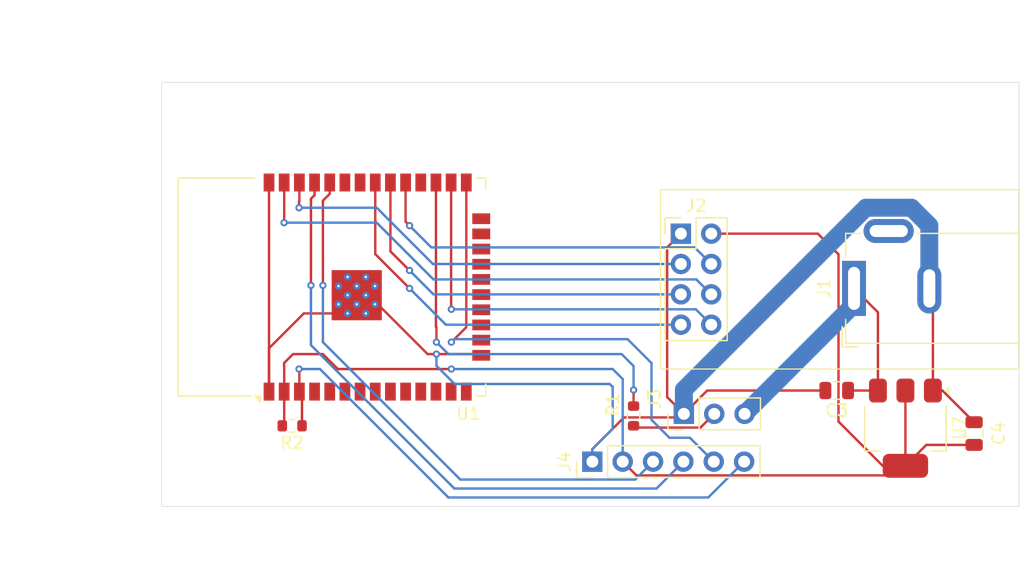
<source format=kicad_pcb>
(kicad_pcb (version 20240108) (generator "pcbnew") (generator_version "8.0")
  (layers (0 "F.Cu" signal) (31 "B.Cu" signal) (34 "B.Paste" user) (35 "F.Paste" user) (36 "B.SilkS" user "B.Silkscreen") (37 "F.SilkS" user "F.Silkscreen") (38 "B.Mask" user) (39 "F.Mask" user) (44 "Edge.Cuts" user))
  (net 0 "")
  (net 1 "+5V")
  (net 2 "GND")
  (net 3 "Net-(J4-Pin_6)")
  (net 4 "+3.3V")
  (net 5 "Net-(J4-Pin_4)")
  (net 14 "Net-(J4-Pin_3)")
  (net 16 "Net-(J2-Pin_6)")
  (net 17 "Net-(J2-Pin_7)")
  (net 18 "Net-(J2-Pin_3)")
  (net 20 "Net-(J4-Pin_5)")
  (net 21 "Net-(J2-Pin_8)")
  (net 31 "Net-(J2-Pin_4)")
  (net 35 "Net-(U1-IO16)")
  (net 37 "Net-(J2-Pin_5)")
  (net 38 "Net-(J3-Pin_2)")
  (footprint "Connector_PinHeader_2.54mm:PinHeader_1x03_P2.54mm_Vertical" (layer "F.Cu") (at 86.21 50.5 90)
    (property "Reference" "J3" (at 1.25 -2.46 -90) (layer "F.SilkS"))
    (property "Value" "WS2812Led")
    (fp_line (start -1.33 -1.33) (end 0 -1.33) (stroke (width 0.12)) (layer "F.SilkS"))
    (fp_line (start -1.33 0) (end -1.33 -1.33) (stroke (width 0.12)) (layer "F.SilkS"))
    (fp_line (start 1.33 1.27) (end 1.33 6.41) (stroke (width 0.12)) (layer "F.SilkS"))
    (fp_line (start -1.33 1.27) (end 1.33 1.27) (stroke (width 0.12)) (layer "F.SilkS"))
    (fp_line (start -1.33 1.27) (end -1.33 6.41) (stroke (width 0.12)) (layer "F.SilkS"))
    (fp_line (start -1.33 6.41) (end 1.33 6.41) (stroke (width 0.12)) (layer "F.SilkS"))
    (pad "1" thru_hole rect (at 0 0 90) (size 1.7 1.7) (drill 1) (layers "*.Cu" "*.Mask") (net 2 "GND"))
    (pad "2" thru_hole oval (at 0 2.54 90) (size 1.7 1.7) (drill 1) (layers "*.Cu" "*.Mask") (net 38 "Net-(J3-Pin_2)"))
    (pad "3" thru_hole oval (at 0 5.08 90) (size 1.7 1.7) (drill 1) (layers "*.Cu" "*.Mask") (net 1 "+5V"))
  )
  (footprint "RF_Module:ESP32-WROOM-32" (layer "F.Cu") (at 59.74 39.89 90)
    (property "Reference" "U1" (at -10.61 8.43 0) (layer "F.SilkS"))
    (property "Value" "ESP32-WROOM-32")
    (fp_line (start 9.12 -15.86) (end 9.12 -9.445) (stroke (width 0.12)) (layer "F.SilkS"))
    (fp_line (start -9.12 -15.86) (end 9.12 -15.86) (stroke (width 0.12)) (layer "F.SilkS"))
    (fp_line (start -9.12 -15.86) (end -9.12 -9.7) (stroke (width 0.12)) (layer "F.SilkS"))
    (fp_line (start 9.12 9.1) (end 9.12 9.88) (stroke (width 0.12)) (layer "F.SilkS"))
    (fp_line (start -9.12 9.1) (end -9.12 9.88) (stroke (width 0.12)) (layer "F.SilkS"))
    (fp_line (start 9.12 9.88) (end 8.12 9.88) (stroke (width 0.12)) (layer "F.SilkS"))
    (fp_line (start -9.12 9.88) (end -8.12 9.88) (stroke (width 0.12)) (layer "F.SilkS"))
    (fp_poly (pts (xy -9.125 -8.975) (xy -9.625 -8.975) (xy -9.125 -9.475) (xy -9.125 -8.975)) (stroke (width 0.12)) (fill solid) (layer "F.SilkS"))
    (pad "1" smd rect (at -8.75 -8.25 90) (size 1.5 0.9) (layers "F.Cu" "F.Paste" "F.Mask") (net 2 "GND"))
    (pad "2" smd rect (at -8.75 -6.98 90) (size 1.5 0.9) (layers "F.Cu" "F.Paste" "F.Mask") (net 4 "+3.3V"))
    (pad "3" smd rect (at -8.75 -5.71 90) (size 1.5 0.9) (layers "F.Cu" "F.Paste" "F.Mask") (net 3 "Net-(J4-Pin_6)"))
    (pad "4" smd rect (at -8.75 -4.44 90) (size 1.5 0.9) (layers "F.Cu" "F.Paste" "F.Mask"))
    (pad "5" smd rect (at -8.75 -3.17 90) (size 1.5 0.9) (layers "F.Cu" "F.Paste" "F.Mask"))
    (pad "6" smd rect (at -8.75 -1.9 90) (size 1.5 0.9) (layers "F.Cu" "F.Paste" "F.Mask"))
    (pad "7" smd rect (at -8.75 -0.63 90) (size 1.5 0.9) (layers "F.Cu" "F.Paste" "F.Mask"))
    (pad "8" smd rect (at -8.75 0.64 90) (size 1.5 0.9) (layers "F.Cu" "F.Paste" "F.Mask"))
    (pad "9" smd rect (at -8.75 1.91 90) (size 1.5 0.9) (layers "F.Cu" "F.Paste" "F.Mask"))
    (pad "10" smd rect (at -8.75 3.18 90) (size 1.5 0.9) (layers "F.Cu" "F.Paste" "F.Mask"))
    (pad "11" smd rect (at -8.75 4.45 90) (size 1.5 0.9) (layers "F.Cu" "F.Paste" "F.Mask"))
    (pad "12" smd rect (at -8.75 5.72 90) (size 1.5 0.9) (layers "F.Cu" "F.Paste" "F.Mask"))
    (pad "13" smd rect (at -8.75 6.99 90) (size 1.5 0.9) (layers "F.Cu" "F.Paste" "F.Mask"))
    (pad "14" smd rect (at -8.75 8.26 90) (size 1.5 0.9) (layers "F.Cu" "F.Paste" "F.Mask"))
    (pad "15" smd rect (at -5.71 9.51 180) (size 1.5 0.9) (layers "F.Cu" "F.Paste" "F.Mask") (net 2 "GND"))
    (pad "16" smd rect (at -4.44 9.51 180) (size 1.5 0.9) (layers "F.Cu" "F.Paste" "F.Mask"))
    (pad "17" smd rect (at -3.17 9.51 180) (size 1.5 0.9) (layers "F.Cu" "F.Paste" "F.Mask"))
    (pad "18" smd rect (at -1.9 9.51 180) (size 1.5 0.9) (layers "F.Cu" "F.Paste" "F.Mask"))
    (pad "19" smd rect (at -0.63 9.51 180) (size 1.5 0.9) (layers "F.Cu" "F.Paste" "F.Mask"))
    (pad "20" smd rect (at 0.64 9.51 180) (size 1.5 0.9) (layers "F.Cu" "F.Paste" "F.Mask"))
    (pad "21" smd rect (at 1.91 9.51 180) (size 1.5 0.9) (layers "F.Cu" "F.Paste" "F.Mask"))
    (pad "22" smd rect (at 3.18 9.51 180) (size 1.5 0.9) (layers "F.Cu" "F.Paste" "F.Mask"))
    (pad "23" smd rect (at 4.45 9.51 180) (size 1.5 0.9) (layers "F.Cu" "F.Paste" "F.Mask"))
    (pad "24" smd rect (at 5.72 9.51 180) (size 1.5 0.9) (layers "F.Cu" "F.Paste" "F.Mask"))
    (pad "25" smd rect (at 8.75 8.26 90) (size 1.5 0.9) (layers "F.Cu" "F.Paste" "F.Mask") (net 20 "Net-(J4-Pin_5)"))
    (pad "26" smd rect (at 8.75 6.99 90) (size 1.5 0.9) (layers "F.Cu" "F.Paste" "F.Mask") (net 21 "Net-(J2-Pin_8)"))
    (pad "27" smd rect (at 8.75 5.72 90) (size 1.5 0.9) (layers "F.Cu" "F.Paste" "F.Mask") (net 35 "Net-(U1-IO16)"))
    (pad "28" smd rect (at 8.75 4.45 90) (size 1.5 0.9) (layers "F.Cu" "F.Paste" "F.Mask"))
    (pad "29" smd rect (at 8.75 3.18 90) (size 1.5 0.9) (layers "F.Cu" "F.Paste" "F.Mask") (net 31 "Net-(J2-Pin_4)"))
    (pad "30" smd rect (at 8.75 1.91 90) (size 1.5 0.9) (layers "F.Cu" "F.Paste" "F.Mask") (net 37 "Net-(J2-Pin_5)"))
    (pad "31" smd rect (at 8.75 0.64 90) (size 1.5 0.9) (layers "F.Cu" "F.Paste" "F.Mask") (net 17 "Net-(J2-Pin_7)"))
    (pad "32" smd rect (at 8.75 -0.63 90) (size 1.5 0.9) (layers "F.Cu" "F.Paste" "F.Mask"))
    (pad "33" smd rect (at 8.75 -1.9 90) (size 1.5 0.9) (layers "F.Cu" "F.Paste" "F.Mask"))
    (pad "34" smd rect (at 8.75 -3.17 90) (size 1.5 0.9) (layers "F.Cu" "F.Paste" "F.Mask") (net 14 "Net-(J4-Pin_3)"))
    (pad "35" smd rect (at 8.75 -4.44 90) (size 1.5 0.9) (layers "F.Cu" "F.Paste" "F.Mask") (net 5 "Net-(J4-Pin_4)"))
    (pad "36" smd rect (at 8.75 -5.71 90) (size 1.5 0.9) (layers "F.Cu" "F.Paste" "F.Mask") (net 18 "Net-(J2-Pin_3)"))
    (pad "37" smd rect (at 8.75 -6.98 90) (size 1.5 0.9) (layers "F.Cu" "F.Paste" "F.Mask") (net 16 "Net-(J2-Pin_6)"))
    (pad "38" smd rect (at 8.75 -8.25 90) (size 1.5 0.9) (layers "F.Cu" "F.Paste" "F.Mask") (net 2 "GND"))
    (pad "39" smd rect (at -2.205 -2.435 90) (size 1.05 1.05) (layers "F.Cu" "F.Paste") (net 2 "GND"))
    (pad "39" thru_hole circle (at -2.205 -1.6725 90) (size 0.6 0.6) (drill 0.2) (property pad_prop_heatsink) (layers "*.Cu" "F.Mask") (net 2 "GND"))
    (pad "39" smd rect (at -2.205 -0.91 90) (size 1.05 1.05) (layers "F.Cu" "F.Paste") (net 2 "GND"))
    (pad "39" thru_hole circle (at -2.205 -0.1475 90) (size 0.6 0.6) (drill 0.2) (property pad_prop_heatsink) (layers "*.Cu" "F.Mask") (net 2 "GND"))
    (pad "39" smd rect (at -2.205 0.615 90) (size 1.05 1.05) (layers "F.Cu" "F.Paste") (net 2 "GND"))
    (pad "39" thru_hole circle (at -1.4425 -2.435 90) (size 0.6 0.6) (drill 0.2) (property pad_prop_heatsink) (layers "*.Cu" "F.Mask") (net 2 "GND"))
    (pad "39" thru_hole circle (at -1.4425 -0.91 90) (size 0.6 0.6) (drill 0.2) (property pad_prop_heatsink) (layers "*.Cu" "F.Mask") (net 2 "GND"))
    (pad "39" thru_hole circle (at -1.4425 0.615 90) (size 0.6 0.6) (drill 0.2) (property pad_prop_heatsink) (layers "*.Cu" "F.Mask") (net 2 "GND"))
    (pad "39" smd rect (at -0.68 -2.435 90) (size 1.05 1.05) (layers "F.Cu" "F.Paste") (net 2 "GND"))
    (pad "39" thru_hole circle (at -0.68 -1.6725 90) (size 0.6 0.6) (drill 0.2) (property pad_prop_heatsink) (layers "*.Cu" "F.Mask") (net 2 "GND"))
    (pad "39" smd rect (at -0.68 -0.91 90) (size 1.05 1.05) (layers "F.Cu" "F.Paste") (net 2 "GND"))
    (pad "39" smd rect (at -0.68 -0.91 90) (size 4.2 4.2) (layers "F.Cu" "F.Mask") (net 2 "GND"))
    (pad "39" thru_hole circle (at -0.68 -0.1475 90) (size 0.6 0.6) (drill 0.2) (property pad_prop_heatsink) (layers "*.Cu" "F.Mask") (net 2 "GND"))
    (pad "39" smd rect (at -0.68 0.615 90) (size 1.05 1.05) (layers "F.Cu" "F.Paste") (net 2 "GND"))
    (pad "39" thru_hole circle (at 0.0825 -2.435 90) (size 0.6 0.6) (drill 0.2) (property pad_prop_heatsink) (layers "*.Cu" "F.Mask") (net 2 "GND"))
    (pad "39" thru_hole circle (at 0.0825 -0.91 90) (size 0.6 0.6) (drill 0.2) (property pad_prop_heatsink) (layers "*.Cu" "F.Mask") (net 2 "GND"))
    (pad "39" thru_hole circle (at 0.0825 0.615 90) (size 0.6 0.6) (drill 0.2) (property pad_prop_heatsink) (layers "*.Cu" "F.Mask") (net 2 "GND"))
    (pad "39" smd rect (at 0.845 -2.435 90) (size 1.05 1.05) (layers "F.Cu" "F.Paste") (net 2 "GND"))
    (pad "39" thru_hole circle (at 0.845 -1.6725 90) (size 0.6 0.6) (drill 0.2) (property pad_prop_heatsink) (layers "*.Cu" "F.Mask") (net 2 "GND"))
    (pad "39" smd rect (at 0.845 -0.91 90) (size 1.05 1.05) (layers "F.Cu" "F.Paste") (net 2 "GND"))
    (pad "39" thru_hole circle (at 0.845 -0.1475 90) (size 0.6 0.6) (drill 0.2) (property pad_prop_heatsink) (layers "*.Cu" "F.Mask") (net 2 "GND"))
    (pad "39" smd rect (at 0.845 0.615 90) (size 1.05 1.05) (layers "F.Cu" "F.Paste") (net 2 "GND"))
  )
  (footprint "Connector_PinHeader_2.54mm:PinHeader_2x04_P2.54mm_Vertical" (layer "F.Cu") (at 85.96 35.42)
    (property "Reference" "J2" (at 1.27 -2.33 0) (layer "F.SilkS"))
    (property "Value" "RF 1101")
    (fp_line (start -1.33 -1.33) (end 0 -1.33) (stroke (width 0.12)) (layer "F.SilkS"))
    (fp_line (start -1.33 0) (end -1.33 -1.33) (stroke (width 0.12)) (layer "F.SilkS"))
    (fp_line (start -1.33 1.27) (end -1.33 8.95) (stroke (width 0.12)) (layer "F.SilkS"))
    (fp_line (start -1.33 1.27) (end 1.27 1.27) (stroke (width 0.12)) (layer "F.SilkS"))
    (fp_line (start -1.33 8.95) (end 3.87 8.95) (stroke (width 0.12)) (layer "F.SilkS"))
    (fp_line (start 1.27 -1.33) (end 3.87 -1.33) (stroke (width 0.12)) (layer "F.SilkS"))
    (fp_line (start 1.27 1.27) (end 1.27 -1.33) (stroke (width 0.12)) (layer "F.SilkS"))
    (fp_line (start 3.87 -1.33) (end 3.87 8.95) (stroke (width 0.12)) (layer "F.SilkS"))
    (pad "1" thru_hole rect (at 0 0) (size 1.7 1.7) (drill 1) (layers "*.Cu" "*.Mask") (net 2 "GND"))
    (pad "2" thru_hole oval (at 2.54 0) (size 1.7 1.7) (drill 1) (layers "*.Cu" "*.Mask") (net 4 "+3.3V"))
    (pad "3" thru_hole oval (at 0 2.54) (size 1.7 1.7) (drill 1) (layers "*.Cu" "*.Mask") (net 18 "Net-(J2-Pin_3)"))
    (pad "4" thru_hole oval (at 2.54 2.54) (size 1.7 1.7) (drill 1) (layers "*.Cu" "*.Mask") (net 31 "Net-(J2-Pin_4)"))
    (pad "5" thru_hole oval (at 0 5.08) (size 1.7 1.7) (drill 1) (layers "*.Cu" "*.Mask") (net 37 "Net-(J2-Pin_5)"))
    (pad "6" thru_hole oval (at 2.54 5.08) (size 1.7 1.7) (drill 1) (layers "*.Cu" "*.Mask") (net 16 "Net-(J2-Pin_6)"))
    (pad "7" thru_hole oval (at 0 7.62) (size 1.7 1.7) (drill 1) (layers "*.Cu" "*.Mask") (net 17 "Net-(J2-Pin_7)"))
    (pad "8" thru_hole oval (at 2.54 7.62) (size 1.7 1.7) (drill 1) (layers "*.Cu" "*.Mask") (net 21 "Net-(J2-Pin_8)"))
  )
  (footprint "Resistor_SMD:R_0603_1608Metric" (layer "F.Cu") (at 82 50.675 -90)
    (property "Reference" "R1" (at -0.925 1.75 90) (layer "F.SilkS"))
    (property "Value" "470" (hide yes))
    (fp_line (start -0.237258 0.5225) (end 0.237258 0.5225) (stroke (width 0.12)) (layer "F.SilkS"))
    (fp_line (start -0.237258 -0.5225) (end 0.237258 -0.5225) (stroke (width 0.12)) (layer "F.SilkS"))
    (pad "1" smd roundrect (at -0.825 0 270) (size 0.8 0.95) (layers "F.Cu" "F.Paste" "F.Mask") (net 35 "Net-(U1-IO16)"))
    (pad "2" smd roundrect (at 0.825 0 270) (size 0.8 0.95) (layers "F.Cu" "F.Paste" "F.Mask") (net 38 "Net-(J3-Pin_2)"))
  )
  (footprint "Connector_PinHeader_2.54mm:PinHeader_1x06_P2.54mm_Vertical" (layer "F.Cu") (at 78.55 54.5 90)
    (property "Reference" "J4" (at 0 -2.33 -90) (layer "F.SilkS"))
    (property "Value" "Prog")
    (fp_line (start -1.33 -1.33) (end 0 -1.33) (stroke (width 0.12)) (layer "F.SilkS"))
    (fp_line (start -1.33 0) (end -1.33 -1.33) (stroke (width 0.12)) (layer "F.SilkS"))
    (fp_line (start 1.33 1.27) (end 1.33 14.03) (stroke (width 0.12)) (layer "F.SilkS"))
    (fp_line (start -1.33 1.27) (end 1.33 1.27) (stroke (width 0.12)) (layer "F.SilkS"))
    (fp_line (start -1.33 1.27) (end -1.33 14.03) (stroke (width 0.12)) (layer "F.SilkS"))
    (fp_line (start -1.33 14.03) (end 1.33 14.03) (stroke (width 0.12)) (layer "F.SilkS"))
    (pad "1" thru_hole rect (at 0 0 90) (size 1.7 1.7) (drill 1) (layers "*.Cu" "*.Mask") (net 2 "GND"))
    (pad "2" thru_hole oval (at 0 2.54 90) (size 1.7 1.7) (drill 1) (layers "*.Cu" "*.Mask") (net 4 "+3.3V"))
    (pad "3" thru_hole oval (at 0 5.08 90) (size 1.7 1.7) (drill 1) (layers "*.Cu" "*.Mask") (net 14 "Net-(J4-Pin_3)"))
    (pad "4" thru_hole oval (at 0 7.62 90) (size 1.7 1.7) (drill 1) (layers "*.Cu" "*.Mask") (net 5 "Net-(J4-Pin_4)"))
    (pad "5" thru_hole oval (at 0 10.16 90) (size 1.7 1.7) (drill 1) (layers "*.Cu" "*.Mask") (net 20 "Net-(J4-Pin_5)"))
    (pad "6" thru_hole oval (at 0 12.7 90) (size 1.7 1.7) (drill 1) (layers "*.Cu" "*.Mask") (net 3 "Net-(J4-Pin_6)"))
  )
  (footprint "Package_TO_SOT_SMD:SOT-223-3_TabPin2" (layer "F.Cu") (at 104.75 51.7 -90)
    (property "Reference" "U7" (at 0 -4.5 90) (layer "F.SilkS"))
    (property "Value" "AMS1117-3.3" (hide yes))
    (fp_line (start -1.85 3.41) (end 1.91 3.41) (stroke (width 0.12)) (layer "F.SilkS"))
    (fp_line (start 1.91 3.41) (end 1.91 2.15) (stroke (width 0.12)) (layer "F.SilkS"))
    (fp_line (start -1.85 -3.41) (end 1.91 -3.41) (stroke (width 0.12)) (layer "F.SilkS"))
    (fp_line (start 1.91 -3.41) (end 1.91 -2.15) (stroke (width 0.12)) (layer "F.SilkS"))
    (fp_poly (pts (xy -3.13 -3.31) (xy -3.37 -3.64) (xy -2.89 -3.64) (xy -3.13 -3.31)) (stroke (width 0.12)) (fill solid) (layer "F.SilkS"))
    (pad "1" smd roundrect (at -3.15 -2.3 270) (size 2 1.5) (layers "F.Cu" "F.Paste" "F.Mask") (net 2 "GND"))
    (pad "2" smd roundrect (at -3.15 0 270) (size 2 1.5) (layers "F.Cu" "F.Paste" "F.Mask") (net 4 "+3.3V"))
    (pad "2" smd roundrect (at 3.15 0 270) (size 2 3.8) (layers "F.Cu" "F.Paste" "F.Mask") (net 4 "+3.3V"))
    (pad "3" smd roundrect (at -3.15 2.3 270) (size 2 1.5) (layers "F.Cu" "F.Paste" "F.Mask") (net 1 "+5V"))
  )
  (footprint "Capacitor_SMD:C_0805_2012Metric" (layer "F.Cu") (at 110.5 52.15 90)
    (property "Reference" "C4" (at 0 2.05 -90) (layer "F.SilkS"))
    (property "Value" "10uF" (hide yes))
    (fp_line (start -0.261252 -0.735) (end 0.261252 -0.735) (stroke (width 0.12)) (layer "F.SilkS"))
    (fp_line (start -0.261252 0.735) (end 0.261252 0.735) (stroke (width 0.12)) (layer "F.SilkS"))
    (pad "1" smd roundrect (at -0.95 0 90) (size 1 1.45) (layers "F.Cu" "F.Paste" "F.Mask") (net 4 "+3.3V"))
    (pad "2" smd roundrect (at 0.95 0 90) (size 1 1.45) (layers "F.Cu" "F.Paste" "F.Mask") (net 2 "GND"))
  )
  (footprint "Resistor_SMD:R_0603_1608Metric" (layer "F.Cu") (at 53.425 51.5 180)
    (property "Reference" "R2" (at 0 -1.43 180) (layer "F.SilkS"))
    (property "Value" "1k" (hide yes))
    (fp_line (start -0.237258 0.5225) (end 0.237258 0.5225) (stroke (width 0.12)) (layer "F.SilkS"))
    (fp_line (start -0.237258 -0.5225) (end 0.237258 -0.5225) (stroke (width 0.12)) (layer "F.SilkS"))
    (pad "1" smd roundrect (at -0.825 0 180) (size 0.8 0.95) (layers "F.Cu" "F.Paste" "F.Mask") (net 3 "Net-(J4-Pin_6)"))
    (pad "2" smd roundrect (at 0.825 0 180) (size 0.8 0.95) (layers "F.Cu" "F.Paste" "F.Mask") (net 4 "+3.3V"))
  )
  (footprint "Connector_BarrelJack:BarrelJack_GCT_DCJ200-10-A_Horizontal" (layer "F.Cu") (at 100.45 40 90)
    (property "Reference" "J1" (at 0 -2.5 -90) (layer "F.SilkS"))
    (property "Value" "Conn_Coaxial_Power" (hide yes))
    (fp_line (start -3.2 -1) (end -4.9 -1) (stroke (width 0.12)) (layer "F.SilkS"))
    (fp_line (start -4.9 -1) (end -4.9 0.3) (stroke (width 0.12)) (layer "F.SilkS"))
    (fp_line (start 4.6 -0.7) (end 4.6 0.6) (stroke (width 0.12)) (layer "F.SilkS"))
    (fp_line (start 2.6 -0.7) (end 4.6 -0.7) (stroke (width 0.12)) (layer "F.SilkS"))
    (fp_line (start -4.6 -0.7) (end -2.6 -0.7) (stroke (width 0.12)) (layer "F.SilkS"))
    (fp_line (start 4.6 5.2) (end 4.6 13.8) (stroke (width 0.12)) (layer "F.SilkS"))
    (fp_line (start 4.6 13.8) (end -4.6 13.8) (stroke (width 0.12)) (layer "F.SilkS"))
    (fp_line (start -4.6 13.8) (end -4.6 -0.7) (stroke (width 0.12)) (layer "F.SilkS"))
    (pad "1" thru_hole rect (at 0 0 90) (size 4.6 2) (drill oval 3.6 1) (layers "*.Cu" "*.Mask") (net 1 "+5V"))
    (pad "2" thru_hole oval (at 0 6.3 90) (size 4.2 2) (drill oval 3.2 1) (layers "*.Cu" "*.Mask") (net 2 "GND"))
    (pad "3" thru_hole oval (at 4.8 2.9 90) (size 2 4.2) (drill oval 1 3.2) (layers "*.Cu" "*.Mask"))
  )
  (footprint "Capacitor_SMD:C_0805_2012Metric" (layer "F.Cu") (at 99 48.55 180)
    (property "Reference" "C3" (at 0 -1.68 180) (layer "F.SilkS"))
    (property "Value" "10uF" (hide yes))
    (fp_line (start -0.261252 0.735) (end 0.261252 0.735) (stroke (width 0.12)) (layer "F.SilkS"))
    (fp_line (start -0.261252 -0.735) (end 0.261252 -0.735) (stroke (width 0.12)) (layer "F.SilkS"))
    (pad "1" smd roundrect (at -0.95 0 180) (size 1 1.45) (layers "F.Cu" "F.Paste" "F.Mask") (net 1 "+5V"))
    (pad "2" smd roundrect (at 0.95 0 180) (size 1 1.45) (layers "F.Cu" "F.Paste" "F.Mask") (net 2 "GND"))
  )
  (gr_rect (start 84.25 31.75) (end 114.25 46.75) (stroke (width 0.1)) (fill none) (layer "F.SilkS"))
  (gr_rect (start 42.5 22.75) (end 114.25 58.25) (stroke (width 0.05)) (fill none) (layer "Edge.Cuts"))
  (segment (start 102.45 48.55) (end 99.95 48.55) (width 0.2) (layer "F.Cu") (net 1))
  (segment (start 102.45 48.55) (end 102.45 42) (width 0.2) (layer "F.Cu") (net 1))
  (segment (start 102.45 42) (end 100.45 40) (width 0.2) (layer "F.Cu") (net 1))
  (segment (start 100.45 41.34) (end 91.29 50.5) (width 1.5) (layer "B.Cu") (net 1))
  (segment (start 100.45 40) (end 100.45 41.34) (width 1.5) (layer "B.Cu") (net 1))
  (segment (start 86.21 50.5) (end 84.81 49.1) (width 0.2) (layer "F.Cu") (net 2))
  (segment (start 65.5 45.5) (end 69.15 45.5) (width 0.2) (layer "F.Cu") (net 2))
  (segment (start 84.81 36.57) (end 85.96 35.42) (width 0.2) (layer "F.Cu") (net 2))
  (segment (start 65.5 45.5) (end 64.76125 45.5) (width 0.2) (layer "F.Cu") (net 2))
  (segment (start 51.49 48.64) (end 51.49 45.01) (width 0.2) (layer "F.Cu") (net 2))
  (segment (start 54.405 42.095) (end 58.0675 42.095) (width 0.2) (layer "F.Cu") (net 2))
  (segment (start 107.85 48.55) (end 110.5 51.2) (width 0.2) (layer "F.Cu") (net 2))
  (segment (start 69.15 45.5) (end 69.25 45.6) (width 0.2) (layer "F.Cu") (net 2))
  (segment (start 86.21 50.5) (end 85.91 50.8) (width 0.2) (layer "F.Cu") (net 2))
  (segment (start 107.05 40.3) (end 106.75 40) (width 0.2) (layer "F.Cu") (net 2))
  (segment (start 84.81 49.1) (end 84.81 36.57) (width 0.2) (layer "F.Cu") (net 2))
  (segment (start 81.2 50.8) (end 78.55 53.45) (width 0.2) (layer "F.Cu") (net 2))
  (segment (start 60.59375 41.3325) (end 60.355 41.3325) (width 0.2) (layer "F.Cu") (net 2))
  (segment (start 107.05 48.55) (end 107.05 40.3) (width 0.2) (layer "F.Cu") (net 2))
  (segment (start 88.16 48.55) (end 86.21 50.5) (width 0.2) (layer "F.Cu") (net 2))
  (segment (start 51.49 31.14) (end 51.49 48.64) (width 0.2) (layer "F.Cu") (net 2))
  (segment (start 64.76125 45.5) (end 60.59375 41.3325) (width 0.2) (layer "F.Cu") (net 2))
  (segment (start 78.55 53.45) (end 78.55 54.5) (width 0.2) (layer "F.Cu") (net 2))
  (segment (start 85.91 50.8) (end 81.2 50.8) (width 0.2) (layer "F.Cu") (net 2))
  (segment (start 98.05 48.55) (end 88.16 48.55) (width 0.2) (layer "F.Cu") (net 2))
  (segment (start 51.49 45.01) (end 54.405 42.095) (width 0.2) (layer "F.Cu") (net 2))
  (segment (start 107.05 48.55) (end 107.85 48.55) (width 0.2) (layer "F.Cu") (net 2))
  (via (at 65.5 45.5) (size 0.6) (drill 0.3) (layers "F.Cu" "B.Cu") (net 2))
  (segment (start 106.75 40) (end 106.75 34.742284) (width 1.5) (layer "B.Cu") (net 2))
  (segment (start 65.5 46.4775) (end 67.0225 48) (width 0.2) (layer "B.Cu") (net 2))
  (segment (start 65.5 45.5) (end 65.5 46.4775) (width 0.2) (layer "B.Cu") (net 2))
  (segment (start 78.55 53.45) (end 78.55 54.5) (width 0.2) (layer "B.Cu") (net 2))
  (segment (start 105.257716 33.25) (end 101.442284 33.25) (width 1.5) (layer "B.Cu") (net 2))
  (segment (start 106.75 34.742284) (end 105.257716 33.25) (width 1.5) (layer "B.Cu") (net 2))
  (segment (start 67.0225 48) (end 80 48) (width 0.2) (layer "B.Cu") (net 2))
  (segment (start 80.25 48.25) (end 80.25 51.75) (width 0.2) (layer "B.Cu") (net 2))
  (segment (start 101.442284 33.25) (end 86.21 48.482284) (width 1.5) (layer "B.Cu") (net 2))
  (segment (start 80 48) (end 80.25 48.25) (width 0.2) (layer "B.Cu") (net 2))
  (segment (start 80.25 51.75) (end 78.55 53.45) (width 0.2) (layer "B.Cu") (net 2))
  (segment (start 86.21 48.482284) (end 86.21 50.5) (width 1.5) (layer "B.Cu") (net 2))
  (segment (start 54.25 51.5) (end 54.25 48.86) (width 0.2) (layer "F.Cu") (net 3))
  (segment (start 54.25 48.86) (end 54.03 48.64) (width 0.2) (layer "F.Cu") (net 3))
  (segment (start 54.03 46.78) (end 54 46.75) (width 0.2) (layer "F.Cu") (net 3))
  (segment (start 54.03 48.64) (end 54.03 46.78) (width 0.2) (layer "F.Cu") (net 3))
  (via (at 54 46.75) (size 0.6) (drill 0.3) (layers "F.Cu" "B.Cu") (net 3))
  (segment (start 55.75 46.75) (end 54 46.75) (width 0.2) (layer "B.Cu") (net 3))
  (segment (start 88.25 57.5) (end 66.5 57.5) (width 0.2) (layer "B.Cu") (net 3))
  (segment (start 91.25 54.5) (end 88.25 57.5) (width 0.2) (layer "B.Cu") (net 3))
  (segment (start 66.5 57.5) (end 55.75 46.75) (width 0.2) (layer "B.Cu") (net 3))
  (segment (start 104.75 54.85) (end 103.95 55.65) (width 0.2) (layer "F.Cu") (net 4))
  (segment (start 103.95 55.65) (end 82.24 55.65) (width 0.2) (layer "F.Cu") (net 4))
  (segment (start 52.76 48.64) (end 52.76 51.34) (width 0.2) (layer "F.Cu") (net 4))
  (segment (start 97.42 35.42) (end 88.5 35.42) (width 0.2) (layer "F.Cu") (net 4))
  (segment (start 52.75 46.5) (end 52.76 46.51) (width 0.2) (layer "F.Cu") (net 4))
  (segment (start 110.5 53.1) (end 106.5 53.1) (width 0.2) (layer "F.Cu") (net 4))
  (segment (start 52.76 51.34) (end 52.6 51.5) (width 0.2) (layer "F.Cu") (net 4))
  (segment (start 82.24 55.65) (end 81.09 54.5) (width 0.2) (layer "F.Cu") (net 4))
  (segment (start 52.75 46.25) (end 52.75 46.5) (width 0.2) (layer "F.Cu") (net 4))
  (segment (start 52.76 46.51) (end 52.76 48.64) (width 0.2) (layer "F.Cu") (net 4))
  (segment (start 104.75 54.85) (end 102.85 54.85) (width 0.2) (layer "F.Cu") (net 4))
  (segment (start 99.15 37.15) (end 97.42 35.42) (width 0.2) (layer "F.Cu") (net 4))
  (segment (start 106.5 53.1) (end 104.75 54.85) (width 0.2) (layer "F.Cu") (net 4))
  (segment (start 66.75 46.75) (end 57.25 46.75) (width 0.2) (layer "F.Cu") (net 4))
  (segment (start 57.25 46.75) (end 56 45.5) (width 0.2) (layer "F.Cu") (net 4))
  (segment (start 104.75 48.55) (end 104.75 54.85) (width 0.2) (layer "F.Cu") (net 4))
  (segment (start 53.5 45.5) (end 52.75 46.25) (width 0.2) (layer "F.Cu") (net 4))
  (segment (start 56 45.5) (end 53.5 45.5) (width 0.2) (layer "F.Cu") (net 4))
  (segment (start 102.85 54.85) (end 99.15 51.15) (width 0.2) (layer "F.Cu") (net 4))
  (segment (start 99.15 51.15) (end 99.15 37.15) (width 0.2) (layer "F.Cu") (net 4))
  (via (at 66.75 46.75) (size 0.6) (drill 0.3) (layers "F.Cu" "B.Cu") (net 4))
  (segment (start 81.09 47.59) (end 81.09 54.5) (width 0.2) (layer "B.Cu") (net 4))
  (segment (start 80.25 46.75) (end 81.09 47.59) (width 0.2) (layer "B.Cu") (net 4))
  (segment (start 66.75 46.75) (end 80.25 46.75) (width 0.2) (layer "B.Cu") (net 4))
  (segment (start 55.3 32.2) (end 55 32.5) (width 0.2) (layer "F.Cu") (net 5))
  (segment (start 55 32.5) (end 55 39.75) (width 0.2) (layer "F.Cu") (net 5))
  (segment (start 55.3 31.14) (end 55.3 32.2) (width 0.2) (layer "F.Cu") (net 5))
  (via (at 55 39.75) (size 0.6) (drill 0.3) (layers "F.Cu" "B.Cu") (net 5))
  (segment (start 67 56.75) (end 55 44.75) (width 0.2) (layer "B.Cu") (net 5))
  (segment (start 86.17 54.5) (end 83.92 56.75) (width 0.2) (layer "B.Cu") (net 5))
  (segment (start 83.92 56.75) (end 67 56.75) (width 0.2) (layer "B.Cu") (net 5))
  (segment (start 55 44.75) (end 55 39.75) (width 0.2) (layer "B.Cu") (net 5))
  (segment (start 56 32.66) (end 56 39.75) (width 0.2) (layer "F.Cu") (net 14))
  (segment (start 56.57 32.09) (end 56 32.66) (width 0.2) (layer "F.Cu") (net 14))
  (segment (start 56.57 31.14) (end 56.57 32.09) (width 0.2) (layer "F.Cu") (net 14))
  (via (at 56 39.75) (size 0.6) (drill 0.3) (layers "F.Cu" "B.Cu") (net 14))
  (segment (start 83.63 54.5) (end 82.13 56) (width 0.2) (layer "B.Cu") (net 14))
  (segment (start 82.13 56) (end 67.5 56) (width 0.2) (layer "B.Cu") (net 14))
  (segment (start 56 44.5) (end 56 39.75) (width 0.2) (layer "B.Cu") (net 14))
  (segment (start 67.5 56) (end 56 44.5) (width 0.2) (layer "B.Cu") (net 14))
  (segment (start 52.76 34.49) (end 52.76 31.14) (width 0.2) (layer "F.Cu") (net 16))
  (segment (start 52.75 34.5) (end 52.76 34.49) (width 0.2) (layer "F.Cu") (net 16))
  (via (at 52.75 34.5) (size 0.6) (drill 0.3) (layers "F.Cu" "B.Cu") (net 16))
  (segment (start 52.75 34.5) (end 60.5 34.5) (width 0.2) (layer "B.Cu") (net 16))
  (segment (start 87.25 39.25) (end 88.5 40.5) (width 0.2) (layer "B.Cu") (net 16))
  (segment (start 60.5 34.5) (end 65.25 39.25) (width 0.2) (layer "B.Cu") (net 16))
  (segment (start 65.25 39.25) (end 87.25 39.25) (width 0.2) (layer "B.Cu") (net 16))
  (segment (start 63.25 40) (end 60.38 37.13) (width 0.2) (layer "F.Cu") (net 17))
  (segment (start 60.38 37.13) (end 60.38 31.14) (width 0.2) (layer "F.Cu") (net 17))
  (via (at 63.25 40) (size 0.6) (drill 0.3) (layers "F.Cu" "B.Cu") (net 17))
  (segment (start 66.29 43.04) (end 63.25 40) (width 0.2) (layer "B.Cu") (net 17))
  (segment (start 85.96 43.04) (end 66.29 43.04) (width 0.2) (layer "B.Cu") (net 17))
  (segment (start 54 33.25) (end 54 32.75) (width 0.2) (layer "F.Cu") (net 18))
  (segment (start 54 32.75) (end 54.03 32.72) (width 0.2) (layer "F.Cu") (net 18))
  (segment (start 54.03 32.72) (end 54.03 31.14) (width 0.2) (layer "F.Cu") (net 18))
  (via (at 54 33.25) (size 0.6) (drill 0.3) (layers "F.Cu" "B.Cu") (net 18))
  (segment (start 85.96 37.96) (end 65.21 37.96) (width 0.2) (layer "B.Cu") (net 18))
  (segment (start 60.5 33.25) (end 54 33.25) (width 0.2) (layer "B.Cu") (net 18))
  (segment (start 65.21 37.96) (end 60.5 33.25) (width 0.2) (layer "B.Cu") (net 18))
  (segment (start 68 43.25) (end 68 31.14) (width 0.2) (layer "F.Cu") (net 20))
  (segment (start 66.75 44.5) (end 68 43.25) (width 0.2) (layer "F.Cu") (net 20))
  (via (at 66.75 44.5) (size 0.6) (drill 0.3) (layers "F.Cu" "B.Cu") (net 20))
  (segment (start 85 52.5) (end 86.71 52.5) (width 0.2) (layer "B.Cu") (net 20))
  (segment (start 83.5 51) (end 85 52.5) (width 0.2) (layer "B.Cu") (net 20))
  (segment (start 66.75 44.5) (end 67 44.25) (width 0.2) (layer "B.Cu") (net 20))
  (segment (start 83.5 46.25) (end 83.5 51) (width 0.2) (layer "B.Cu") (net 20))
  (segment (start 86.71 52.5) (end 88.71 54.5) (width 0.2) (layer "B.Cu") (net 20))
  (segment (start 81.5 44.25) (end 83.5 46.25) (width 0.2) (layer "B.Cu") (net 20))
  (segment (start 67 44.25) (end 81.5 44.25) (width 0.2) (layer "B.Cu") (net 20))
  (segment (start 66.73 41.73) (end 66.73 31.14) (width 0.2) (layer "F.Cu") (net 21))
  (segment (start 66.75 41.75) (end 66.73 41.73) (width 0.2) (layer "F.Cu") (net 21))
  (via (at 66.75 41.75) (size 0.6) (drill 0.3) (layers "F.Cu" "B.Cu") (net 21))
  (segment (start 87.21 41.75) (end 66.75 41.75) (width 0.2) (layer "B.Cu") (net 21))
  (segment (start 88.5 43.04) (end 87.21 41.75) (width 0.2) (layer "B.Cu") (net 21))
  (segment (start 63.25 34.75) (end 62.92 34.42) (width 0.2) (layer "F.Cu") (net 31))
  (segment (start 62.92 34.42) (end 62.92 31.14) (width 0.2) (layer "F.Cu") (net 31))
  (via (at 63.25 34.75) (size 0.6) (drill 0.3) (layers "F.Cu" "B.Cu") (net 31))
  (segment (start 87.11 36.57) (end 88.5 37.96) (width 0.2) (layer "B.Cu") (net 31))
  (segment (start 65.07 36.57) (end 87.11 36.57) (width 0.2) (layer "B.Cu") (net 31))
  (segment (start 63.25 34.75) (end 65.07 36.57) (width 0.2) (layer "B.Cu") (net 31))
  (segment (start 65.5 44.5) (end 65.5 43.25) (width 0.2) (layer "F.Cu") (net 35))
  (segment (start 65.46 43.21) (end 65.46 31.14) (width 0.2) (layer "F.Cu") (net 35))
  (segment (start 65.5 43.25) (end 65.46 43.21) (width 0.2) (layer "F.Cu") (net 35))
  (segment (start 82 48.5) (end 82 49.85) (width 0.2) (layer "F.Cu") (net 35))
  (via (at 82 48.5) (size 0.6) (drill 0.3) (layers "F.Cu" "B.Cu") (net 35))
  (via (at 65.5 44.5) (size 0.6) (drill 0.3) (layers "F.Cu" "B.Cu") (net 35))
  (segment (start 66.5 45.5) (end 81 45.5) (width 0.2) (layer "B.Cu") (net 35))
  (segment (start 81 45.5) (end 82 46.5) (width 0.2) (layer "B.Cu") (net 35))
  (segment (start 82 46.5) (end 82 48.5) (width 0.2) (layer "B.Cu") (net 35))
  (segment (start 65.5 44.5) (end 66.5 45.5) (width 0.2) (layer "B.Cu") (net 35))
  (segment (start 61.65 36.9) (end 61.65 31.14) (width 0.2) (layer "F.Cu") (net 37))
  (segment (start 63.25 38.5) (end 61.65 36.9) (width 0.2) (layer "F.Cu") (net 37))
  (via (at 63.25 38.5) (size 0.6) (drill 0.3) (layers "F.Cu" "B.Cu") (net 37))
  (segment (start 63.25 38.5) (end 65.25 40.5) (width 0.2) (layer "B.Cu") (net 37))
  (segment (start 65.25 40.5) (end 85.96 40.5) (width 0.2) (layer "B.Cu") (net 37))
  (segment (start 87.6 51.65) (end 88.75 50.5) (width 0.2) (layer "F.Cu") (net 38))
  (segment (start 82.15 51.65) (end 87.6 51.65) (width 0.2) (layer "F.Cu") (net 38))
  (segment (start 82 51.5) (end 82.15 51.65) (width 0.2) (layer "F.Cu") (net 38))
)
</source>
